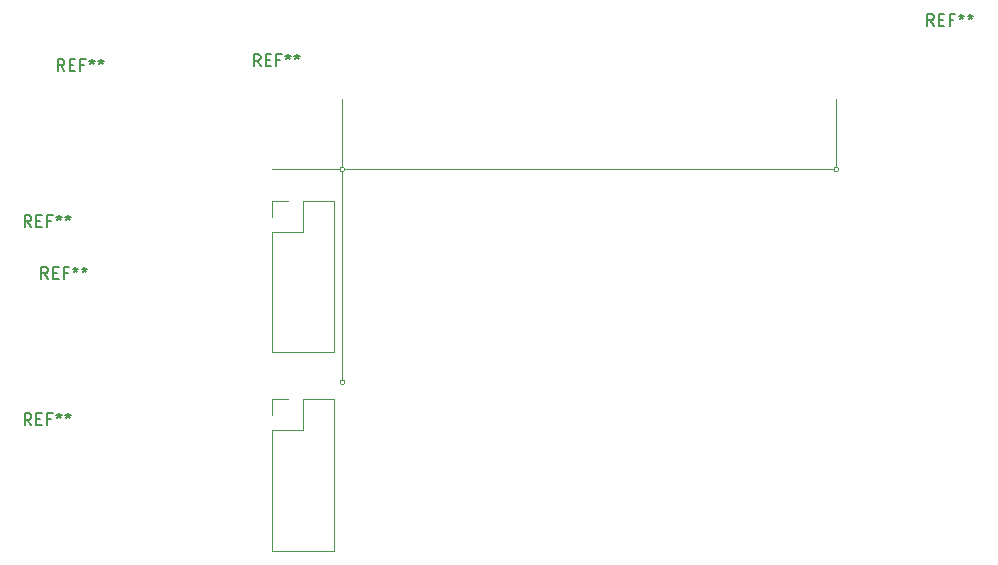
<source format=gbr>
G04 #@! TF.GenerationSoftware,KiCad,Pcbnew,5.1.5-52549c5~84~ubuntu16.04.1*
G04 #@! TF.CreationDate,2020-01-11T14:28:59-08:00*
G04 #@! TF.ProjectId,frame_corners,6672616d-655f-4636-9f72-6e6572732e6b,rev?*
G04 #@! TF.SameCoordinates,Original*
G04 #@! TF.FileFunction,Legend,Top*
G04 #@! TF.FilePolarity,Positive*
%FSLAX46Y46*%
G04 Gerber Fmt 4.6, Leading zero omitted, Abs format (unit mm)*
G04 Created by KiCad (PCBNEW 5.1.5-52549c5~84~ubuntu16.04.1) date 2020-01-11 14:28:59*
%MOMM*%
%LPD*%
G04 APERTURE LIST*
%ADD10C,0.120000*%
%ADD11C,0.150000*%
G04 APERTURE END LIST*
D10*
X-393800000Y526000000D02*
G75*
G03X-393800000Y526000000I-200000J0D01*
G01*
X-394000000Y543800000D02*
X-394000000Y526200000D01*
X-352200000Y544200000D02*
X-352200000Y550000000D01*
X-393800000Y544000000D02*
X-352400000Y544000000D01*
X-352000000Y544000000D02*
G75*
G03X-352000000Y544000000I-200000J0D01*
G01*
X-393800000Y544000000D02*
G75*
G03X-393800000Y544000000I-200000J0D01*
G01*
X-394000000Y550000000D02*
X-394000000Y544200000D01*
X-400000000Y544000000D02*
X-394200000Y544000000D01*
X-399930000Y528510000D02*
X-394730000Y528510000D01*
X-399930000Y538730000D02*
X-399930000Y528510000D01*
X-394730000Y541330000D02*
X-394730000Y528510000D01*
X-399930000Y538730000D02*
X-397330000Y538730000D01*
X-397330000Y538730000D02*
X-397330000Y541330000D01*
X-397330000Y541330000D02*
X-394730000Y541330000D01*
X-399930000Y540000000D02*
X-399930000Y541330000D01*
X-399930000Y541330000D02*
X-398600000Y541330000D01*
X-399930000Y524530000D02*
X-398600000Y524530000D01*
X-399930000Y523200000D02*
X-399930000Y524530000D01*
X-397330000Y524530000D02*
X-394730000Y524530000D01*
X-397330000Y521930000D02*
X-397330000Y524530000D01*
X-399930000Y521930000D02*
X-397330000Y521930000D01*
X-394730000Y524530000D02*
X-394730000Y511710000D01*
X-399930000Y521930000D02*
X-399930000Y511710000D01*
X-399930000Y511710000D02*
X-394730000Y511710000D01*
D11*
X-400933333Y552747619D02*
X-401266666Y553223809D01*
X-401504761Y552747619D02*
X-401504761Y553747619D01*
X-401123809Y553747619D01*
X-401028571Y553700000D01*
X-400980952Y553652380D01*
X-400933333Y553557142D01*
X-400933333Y553414285D01*
X-400980952Y553319047D01*
X-401028571Y553271428D01*
X-401123809Y553223809D01*
X-401504761Y553223809D01*
X-400504761Y553271428D02*
X-400171428Y553271428D01*
X-400028571Y552747619D02*
X-400504761Y552747619D01*
X-400504761Y553747619D01*
X-400028571Y553747619D01*
X-399266666Y553271428D02*
X-399600000Y553271428D01*
X-399600000Y552747619D02*
X-399600000Y553747619D01*
X-399123809Y553747619D01*
X-398600000Y553747619D02*
X-398600000Y553509523D01*
X-398838095Y553604761D02*
X-398600000Y553509523D01*
X-398361904Y553604761D01*
X-398742857Y553319047D02*
X-398600000Y553509523D01*
X-398457142Y553319047D01*
X-397838095Y553747619D02*
X-397838095Y553509523D01*
X-398076190Y553604761D02*
X-397838095Y553509523D01*
X-397600000Y553604761D01*
X-397980952Y553319047D02*
X-397838095Y553509523D01*
X-397695238Y553319047D01*
X-420333333Y539147619D02*
X-420666666Y539623809D01*
X-420904761Y539147619D02*
X-420904761Y540147619D01*
X-420523809Y540147619D01*
X-420428571Y540100000D01*
X-420380952Y540052380D01*
X-420333333Y539957142D01*
X-420333333Y539814285D01*
X-420380952Y539719047D01*
X-420428571Y539671428D01*
X-420523809Y539623809D01*
X-420904761Y539623809D01*
X-419904761Y539671428D02*
X-419571428Y539671428D01*
X-419428571Y539147619D02*
X-419904761Y539147619D01*
X-419904761Y540147619D01*
X-419428571Y540147619D01*
X-418666666Y539671428D02*
X-419000000Y539671428D01*
X-419000000Y539147619D02*
X-419000000Y540147619D01*
X-418523809Y540147619D01*
X-418000000Y540147619D02*
X-418000000Y539909523D01*
X-418238095Y540004761D02*
X-418000000Y539909523D01*
X-417761904Y540004761D01*
X-418142857Y539719047D02*
X-418000000Y539909523D01*
X-417857142Y539719047D01*
X-417238095Y540147619D02*
X-417238095Y539909523D01*
X-417476190Y540004761D02*
X-417238095Y539909523D01*
X-417000000Y540004761D01*
X-417380952Y539719047D02*
X-417238095Y539909523D01*
X-417095238Y539719047D01*
X-417533333Y552347619D02*
X-417866666Y552823809D01*
X-418104761Y552347619D02*
X-418104761Y553347619D01*
X-417723809Y553347619D01*
X-417628571Y553300000D01*
X-417580952Y553252380D01*
X-417533333Y553157142D01*
X-417533333Y553014285D01*
X-417580952Y552919047D01*
X-417628571Y552871428D01*
X-417723809Y552823809D01*
X-418104761Y552823809D01*
X-417104761Y552871428D02*
X-416771428Y552871428D01*
X-416628571Y552347619D02*
X-417104761Y552347619D01*
X-417104761Y553347619D01*
X-416628571Y553347619D01*
X-415866666Y552871428D02*
X-416200000Y552871428D01*
X-416200000Y552347619D02*
X-416200000Y553347619D01*
X-415723809Y553347619D01*
X-415200000Y553347619D02*
X-415200000Y553109523D01*
X-415438095Y553204761D02*
X-415200000Y553109523D01*
X-414961904Y553204761D01*
X-415342857Y552919047D02*
X-415200000Y553109523D01*
X-415057142Y552919047D01*
X-414438095Y553347619D02*
X-414438095Y553109523D01*
X-414676190Y553204761D02*
X-414438095Y553109523D01*
X-414200000Y553204761D01*
X-414580952Y552919047D02*
X-414438095Y553109523D01*
X-414295238Y552919047D01*
X-420333333Y522347619D02*
X-420666666Y522823809D01*
X-420904761Y522347619D02*
X-420904761Y523347619D01*
X-420523809Y523347619D01*
X-420428571Y523300000D01*
X-420380952Y523252380D01*
X-420333333Y523157142D01*
X-420333333Y523014285D01*
X-420380952Y522919047D01*
X-420428571Y522871428D01*
X-420523809Y522823809D01*
X-420904761Y522823809D01*
X-419904761Y522871428D02*
X-419571428Y522871428D01*
X-419428571Y522347619D02*
X-419904761Y522347619D01*
X-419904761Y523347619D01*
X-419428571Y523347619D01*
X-418666666Y522871428D02*
X-419000000Y522871428D01*
X-419000000Y522347619D02*
X-419000000Y523347619D01*
X-418523809Y523347619D01*
X-418000000Y523347619D02*
X-418000000Y523109523D01*
X-418238095Y523204761D02*
X-418000000Y523109523D01*
X-417761904Y523204761D01*
X-418142857Y522919047D02*
X-418000000Y523109523D01*
X-417857142Y522919047D01*
X-417238095Y523347619D02*
X-417238095Y523109523D01*
X-417476190Y523204761D02*
X-417238095Y523109523D01*
X-417000000Y523204761D01*
X-417380952Y522919047D02*
X-417238095Y523109523D01*
X-417095238Y522919047D01*
X-343933333Y556147619D02*
X-344266666Y556623809D01*
X-344504761Y556147619D02*
X-344504761Y557147619D01*
X-344123809Y557147619D01*
X-344028571Y557100000D01*
X-343980952Y557052380D01*
X-343933333Y556957142D01*
X-343933333Y556814285D01*
X-343980952Y556719047D01*
X-344028571Y556671428D01*
X-344123809Y556623809D01*
X-344504761Y556623809D01*
X-343504761Y556671428D02*
X-343171428Y556671428D01*
X-343028571Y556147619D02*
X-343504761Y556147619D01*
X-343504761Y557147619D01*
X-343028571Y557147619D01*
X-342266666Y556671428D02*
X-342600000Y556671428D01*
X-342600000Y556147619D02*
X-342600000Y557147619D01*
X-342123809Y557147619D01*
X-341600000Y557147619D02*
X-341600000Y556909523D01*
X-341838095Y557004761D02*
X-341600000Y556909523D01*
X-341361904Y557004761D01*
X-341742857Y556719047D02*
X-341600000Y556909523D01*
X-341457142Y556719047D01*
X-340838095Y557147619D02*
X-340838095Y556909523D01*
X-341076190Y557004761D02*
X-340838095Y556909523D01*
X-340600000Y557004761D01*
X-340980952Y556719047D02*
X-340838095Y556909523D01*
X-340695238Y556719047D01*
X-418933333Y534747619D02*
X-419266666Y535223809D01*
X-419504761Y534747619D02*
X-419504761Y535747619D01*
X-419123809Y535747619D01*
X-419028571Y535700000D01*
X-418980952Y535652380D01*
X-418933333Y535557142D01*
X-418933333Y535414285D01*
X-418980952Y535319047D01*
X-419028571Y535271428D01*
X-419123809Y535223809D01*
X-419504761Y535223809D01*
X-418504761Y535271428D02*
X-418171428Y535271428D01*
X-418028571Y534747619D02*
X-418504761Y534747619D01*
X-418504761Y535747619D01*
X-418028571Y535747619D01*
X-417266666Y535271428D02*
X-417600000Y535271428D01*
X-417600000Y534747619D02*
X-417600000Y535747619D01*
X-417123809Y535747619D01*
X-416600000Y535747619D02*
X-416600000Y535509523D01*
X-416838095Y535604761D02*
X-416600000Y535509523D01*
X-416361904Y535604761D01*
X-416742857Y535319047D02*
X-416600000Y535509523D01*
X-416457142Y535319047D01*
X-415838095Y535747619D02*
X-415838095Y535509523D01*
X-416076190Y535604761D02*
X-415838095Y535509523D01*
X-415600000Y535604761D01*
X-415980952Y535319047D02*
X-415838095Y535509523D01*
X-415695238Y535319047D01*
M02*

</source>
